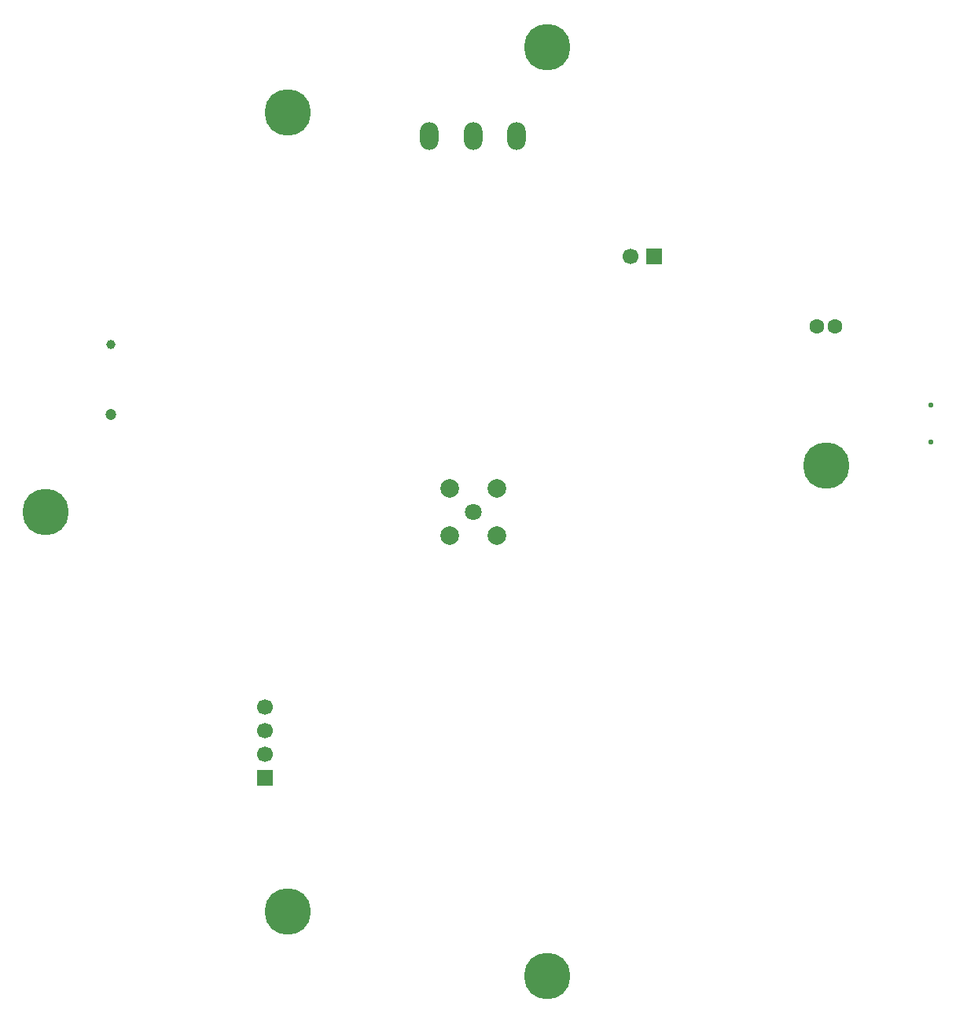
<source format=gbr>
%TF.GenerationSoftware,KiCad,Pcbnew,9.0.6-9.0.6~ubuntu24.04.1*%
%TF.CreationDate,2025-12-17T14:29:43+07:00*%
%TF.ProjectId,esp32s3-gnss-base-station,65737033-3273-4332-9d67-6e73732d6261,0.1*%
%TF.SameCoordinates,Original*%
%TF.FileFunction,Soldermask,Bot*%
%TF.FilePolarity,Negative*%
%FSLAX46Y46*%
G04 Gerber Fmt 4.6, Leading zero omitted, Abs format (unit mm)*
G04 Created by KiCad (PCBNEW 9.0.6-9.0.6~ubuntu24.04.1) date 2025-12-17 14:29:43*
%MOMM*%
%LPD*%
G01*
G04 APERTURE LIST*
%ADD10C,1.800000*%
%ADD11C,2.000000*%
%ADD12C,5.000000*%
%ADD13C,1.000000*%
%ADD14C,1.200000*%
%ADD15C,1.700000*%
%ADD16R,1.700000X1.700000*%
%ADD17C,0.550000*%
%ADD18O,2.000000X3.000000*%
%ADD19C,1.600000*%
G04 APERTURE END LIST*
D10*
%TO.C,U6*%
X100000000Y-100000000D03*
D11*
X102550000Y-102550000D03*
X102550000Y-97450000D03*
X97450000Y-97450000D03*
X97450000Y-102550000D03*
%TD*%
D12*
%TO.C,H1*%
X80000000Y-57000000D03*
%TD*%
%TO.C,H3*%
X138000000Y-95000000D03*
%TD*%
D13*
%TO.C,B1*%
X61000000Y-82000000D03*
D14*
X61000000Y-89500000D03*
%TD*%
D12*
%TO.C,H6*%
X54000000Y-100000000D03*
%TD*%
D15*
%TO.C,J1*%
X116960000Y-72500000D03*
D16*
X119500000Y-72500000D03*
%TD*%
D12*
%TO.C,H2*%
X108000000Y-50000000D03*
%TD*%
D15*
%TO.C,J2*%
X77600000Y-120990000D03*
X77600000Y-123530000D03*
X77600000Y-126070000D03*
D16*
X77600000Y-128610000D03*
%TD*%
D12*
%TO.C,H5*%
X80000000Y-143000000D03*
%TD*%
D17*
%TO.C,USB1*%
X149300000Y-88500000D03*
X149300000Y-92500000D03*
%TD*%
D12*
%TO.C,H4*%
X108000000Y-150000000D03*
%TD*%
D18*
%TO.C,SW1*%
X95300000Y-59500000D03*
X100000000Y-59500000D03*
X104700000Y-59500000D03*
%TD*%
D19*
%TO.C,CN1*%
X137000000Y-80000000D03*
X139000000Y-80000000D03*
%TD*%
M02*

</source>
